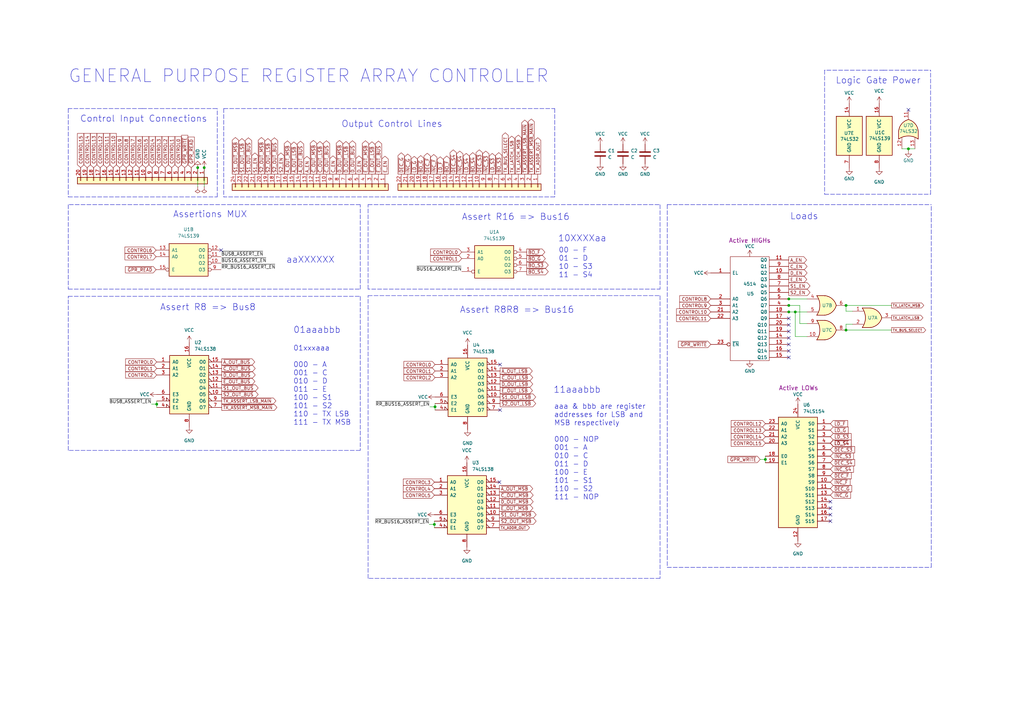
<source format=kicad_sch>
(kicad_sch (version 20211123) (generator eeschema)
  (paper "User" 399.999 279.4)
  (title_block (title "General Purpose Register Controller") (date "2022-01-11") (rev "3") (company "theWIckedWebDev/8-bit-computer") (comment 2 "Controls Load, Assert, Inc/Dec's for all GPRs"))
  (lib_symbols
    (symbol "4xxx_IEEE:4514" (pin_names (offset 0.762))
      (property "Reference" "U" (at 6.35 21.59 0))
      (property "Value" "4514" (at 7.62 -22.86 0))
      (symbol "4514_1_1"
        (pin input line (at -15.24 13.97 0) (length 7.62) (name "EL") (number "1"))
        (pin output line (at 15.24 13.97 180) (length 7.62) (name "Q2") (number "10"))
        (pin output line (at 15.24 19.05 180) (length 7.62) (name "Q0") (number "11"))
        (pin power_in line (at 0 -20.32 90) (length 0) hide (name "Vss") (number "12"))
        (pin output line (at 15.24 -13.97 180) (length 7.62) (name "Q13") (number "13"))
        (pin output line (at 15.24 -11.43 180) (length 7.62) (name "Q12") (number "14"))
        (pin output line (at 15.24 -19.05 180) (length 7.62) (name "Q15") (number "15"))
        (pin output line (at 15.24 -16.51 180) (length 7.62) (name "Q14") (number "16"))
        (pin output line (at 15.24 -3.81 180) (length 7.62) (name "Q9") (number "17"))
        (pin output line (at 15.24 -1.27 180) (length 7.62) (name "Q8") (number "18"))
        (pin output line (at 15.24 -8.89 180) (length 7.62) (name "Q11") (number "19"))
        (pin input line (at -15.24 3.81 0) (length 7.62) (name "A0") (number "2"))
        (pin output line (at 15.24 -6.35 180) (length 7.62) (name "Q10") (number "20"))
        (pin input line (at -15.24 -1.27 0) (length 7.62) (name "A2") (number "21"))
        (pin input line (at -15.24 -3.81 0) (length 7.62) (name "A3") (number "22"))
        (pin input inverted (at -15.24 -13.97 0) (length 7.62) (name "~{EN}") (number "23"))
        (pin power_in line (at 0 20.32 270) (length 0) hide (name "Vdd") (number "24"))
        (pin input line (at -15.24 1.27 0) (length 7.62) (name "A1") (number "3"))
        (pin output line (at 15.24 1.27 180) (length 7.62) (name "Q7") (number "4"))
        (pin output line (at 15.24 3.81 180) (length 7.62) (name "Q6") (number "5"))
        (pin output line (at 15.24 6.35 180) (length 7.62) (name "Q5") (number "6"))
        (pin output line (at 15.24 8.89 180) (length 7.62) (name "Q4") (number "7"))
        (pin output line (at 15.24 11.43 180) (length 7.62) (name "Q3") (number "8"))
        (pin output line (at 15.24 16.51 180) (length 7.62) (name "Q1") (number "9"))
      )
    )
    (symbol "74xx:74LS138" (pin_names (offset 1.016))
      (property "Reference" "U" (at -7.62 11.43 0))
      (property "Value" "74LS138" (at -7.62 -13.97 0))
      (symbol "74LS138_1_0"
        (pin input line (at -12.7 7.62 0) (length 5.08) (name "A0") (number "1"))
        (pin output output_low (at 12.7 -5.08 180) (length 5.08) (name "O5") (number "10"))
        (pin output output_low (at 12.7 -2.54 180) (length 5.08) (name "O4") (number "11"))
        (pin output output_low (at 12.7 0 180) (length 5.08) (name "O3") (number "12"))
        (pin output output_low (at 12.7 2.54 180) (length 5.08) (name "O2") (number "13"))
        (pin output output_low (at 12.7 5.08 180) (length 5.08) (name "O1") (number "14"))
        (pin output output_low (at 12.7 7.62 180) (length 5.08) (name "O0") (number "15"))
        (pin power_in line (at 0 15.24 270) (length 5.08) (name "VCC") (number "16"))
        (pin input line (at -12.7 5.08 0) (length 5.08) (name "A1") (number "2"))
        (pin input line (at -12.7 2.54 0) (length 5.08) (name "A2") (number "3"))
        (pin input input_low (at -12.7 -10.16 0) (length 5.08) (name "E1") (number "4"))
        (pin input input_low (at -12.7 -7.62 0) (length 5.08) (name "E2") (number "5"))
        (pin input line (at -12.7 -5.08 0) (length 5.08) (name "E3") (number "6"))
        (pin output output_low (at 12.7 -10.16 180) (length 5.08) (name "O7") (number "7"))
        (pin power_in line (at 0 -17.78 90) (length 5.08) (name "GND") (number "8"))
        (pin output output_low (at 12.7 -7.62 180) (length 5.08) (name "O6") (number "9"))
      )
    )
    (symbol "74xx:74LS139" (pin_names (offset 1.016))
      (property "Reference" "U" (at -7.62 8.89 0))
      (property "Value" "74LS139" (at -7.62 -8.89 0))
      (symbol "74LS139_1_0"
        (pin input inverted (at -12.7 -5.08 0) (length 5.08) (name "E") (number "1"))
        (pin input line (at -12.7 0 0) (length 5.08) (name "A0") (number "2"))
        (pin input line (at -12.7 2.54 0) (length 5.08) (name "A1") (number "3"))
        (pin output inverted (at 12.7 2.54 180) (length 5.08) (name "O0") (number "4"))
        (pin output inverted (at 12.7 0 180) (length 5.08) (name "O1") (number "5"))
        (pin output inverted (at 12.7 -2.54 180) (length 5.08) (name "O2") (number "6"))
        (pin output inverted (at 12.7 -5.08 180) (length 5.08) (name "O3") (number "7"))
      )
      (symbol "74LS139_2_0"
        (pin output inverted (at 12.7 -2.54 180) (length 5.08) (name "O2") (number "10"))
        (pin output inverted (at 12.7 0 180) (length 5.08) (name "O1") (number "11"))
        (pin output inverted (at 12.7 2.54 180) (length 5.08) (name "O0") (number "12"))
        (pin input line (at -12.7 2.54 0) (length 5.08) (name "A1") (number "13"))
        (pin input line (at -12.7 0 0) (length 5.08) (name "A0") (number "14"))
        (pin input inverted (at -12.7 -5.08 0) (length 5.08) (name "E") (number "15"))
        (pin output inverted (at 12.7 -5.08 180) (length 5.08) (name "O3") (number "9"))
      )
      (symbol "74LS139_3_0"
        (pin power_in line (at 0 12.7 270) (length 5.08) (name "VCC") (number "16"))
        (pin power_in line (at 0 -12.7 90) (length 5.08) (name "GND") (number "8"))
      )
    )
    (symbol "74xx:74LS154" (pin_names (offset 1.016))
      (property "Reference" "U" (at -7.62 21.59 0))
      (property "Value" "74LS154" (at -7.62 -24.13 0))
      (symbol "74LS154_1_0"
        (pin output line (at 12.7 17.78 180) (length 5.08) (name "S0") (number "1"))
        (pin output line (at 12.7 -5.08 180) (length 5.08) (name "S9") (number "10"))
        (pin output line (at 12.7 -7.62 180) (length 5.08) (name "S10") (number "11"))
        (pin power_in line (at 0 -27.94 90) (length 5.08) (name "GND") (number "12"))
        (pin output line (at 12.7 -10.16 180) (length 5.08) (name "S11") (number "13"))
        (pin output line (at 12.7 -12.7 180) (length 5.08) (name "S12") (number "14"))
        (pin output line (at 12.7 -15.24 180) (length 5.08) (name "S13") (number "15"))
        (pin output line (at 12.7 -17.78 180) (length 5.08) (name "S14") (number "16"))
        (pin output line (at 12.7 -20.32 180) (length 5.08) (name "S15") (number "17"))
        (pin input line (at -12.7 5.08 0) (length 5.08) (name "E0") (number "18"))
        (pin input line (at -12.7 2.54 0) (length 5.08) (name "E1") (number "19"))
        (pin output line (at 12.7 15.24 180) (length 5.08) (name "S1") (number "2"))
        (pin input line (at -12.7 10.16 0) (length 5.08) (name "A3") (number "20"))
        (pin input line (at -12.7 12.7 0) (length 5.08) (name "A2") (number "21"))
        (pin input line (at -12.7 15.24 0) (length 5.08) (name "A1") (number "22"))
        (pin input line (at -12.7 17.78 0) (length 5.08) (name "A0") (number "23"))
        (pin power_in line (at 0 25.4 270) (length 5.08) (name "VCC") (number "24"))
        (pin output line (at 12.7 12.7 180) (length 5.08) (name "S2") (number "3"))
        (pin output line (at 12.7 10.16 180) (length 5.08) (name "S3") (number "4"))
        (pin output line (at 12.7 7.62 180) (length 5.08) (name "S4") (number "5"))
        (pin output line (at 12.7 5.08 180) (length 5.08) (name "S5") (number "6"))
        (pin output line (at 12.7 2.54 180) (length 5.08) (name "S6") (number "7"))
        (pin output line (at 12.7 0 180) (length 5.08) (name "S7") (number "8"))
        (pin output line (at 12.7 -2.54 180) (length 5.08) (name "S8") (number "9"))
      )
    )
    (symbol "74xx:74LS32" (pin_names (offset 1.016))
      (property "Reference" "U" (at 0 1.27 0))
      (property "Value" "74LS32" (at 0 -1.27 0))
      (symbol "74LS32_1_1"
        (pin input line (at -7.62 2.54 0) (length 4.318) (name "~") (number "1"))
        (pin input line (at -7.62 -2.54 0) (length 4.318) (name "~") (number "2"))
        (pin output line (at 7.62 0 180) (length 3.81) (name "~") (number "3"))
      )
      (symbol "74LS32_1_2"
        (pin input inverted (at -7.62 2.54 0) (length 3.81) (name "~") (number "1"))
        (pin input inverted (at -7.62 -2.54 0) (length 3.81) (name "~") (number "2"))
        (pin output inverted (at 7.62 0 180) (length 3.81) (name "~") (number "3"))
      )
      (symbol "74LS32_2_1"
        (pin input line (at -7.62 2.54 0) (length 4.318) (name "~") (number "4"))
        (pin input line (at -7.62 -2.54 0) (length 4.318) (name "~") (number "5"))
        (pin output line (at 7.62 0 180) (length 3.81) (name "~") (number "6"))
      )
      (symbol "74LS32_2_2"
        (pin input inverted (at -7.62 2.54 0) (length 3.81) (name "~") (number "4"))
        (pin input inverted (at -7.62 -2.54 0) (length 3.81) (name "~") (number "5"))
        (pin output inverted (at 7.62 0 180) (length 3.81) (name "~") (number "6"))
      )
      (symbol "74LS32_3_1"
        (pin input line (at -7.62 -2.54 0) (length 4.318) (name "~") (number "10"))
        (pin output line (at 7.62 0 180) (length 3.81) (name "~") (number "8"))
        (pin input line (at -7.62 2.54 0) (length 4.318) (name "~") (number "9"))
      )
      (symbol "74LS32_3_2"
        (pin input inverted (at -7.62 -2.54 0) (length 3.81) (name "~") (number "10"))
        (pin output inverted (at 7.62 0 180) (length 3.81) (name "~") (number "8"))
        (pin input inverted (at -7.62 2.54 0) (length 3.81) (name "~") (number "9"))
      )
      (symbol "74LS32_4_1"
        (pin output line (at 7.62 0 180) (length 3.81) (name "~") (number "11"))
        (pin input line (at -7.62 2.54 0) (length 4.318) (name "~") (number "12"))
        (pin input line (at -7.62 -2.54 0) (length 4.318) (name "~") (number "13"))
      )
      (symbol "74LS32_4_2"
        (pin output inverted (at 7.62 0 180) (length 3.81) (name "~") (number "11"))
        (pin input inverted (at -7.62 2.54 0) (length 3.81) (name "~") (number "12"))
        (pin input inverted (at -7.62 -2.54 0) (length 3.81) (name "~") (number "13"))
      )
      (symbol "74LS32_5_0"
        (pin power_in line (at 0 12.7 270) (length 5.08) (name "VCC") (number "14"))
        (pin power_in line (at 0 -12.7 90) (length 5.08) (name "GND") (number "7"))
      )
    )
    (symbol "Connector_Generic:Conn_01x20" (pin_names (offset 1.016) hide)
      (property "Reference" "J" (at 0 25.4 0))
      (property "Value" "Conn_01x20" (at 0 -27.94 0))
      (symbol "Conn_01x20_1_1"
        (pin passive line (at -5.08 22.86 0) (length 3.81) (name "Pin_1") (number "1"))
        (pin passive line (at -5.08 0 0) (length 3.81) (name "Pin_10") (number "10"))
        (pin passive line (at -5.08 -2.54 0) (length 3.81) (name "Pin_11") (number "11"))
        (pin passive line (at -5.08 -5.08 0) (length 3.81) (name "Pin_12") (number "12"))
        (pin passive line (at -5.08 -7.62 0) (length 3.81) (name "Pin_13") (number "13"))
        (pin passive line (at -5.08 -10.16 0) (length 3.81) (name "Pin_14") (number "14"))
        (pin passive line (at -5.08 -12.7 0) (length 3.81) (name "Pin_15") (number "15"))
        (pin passive line (at -5.08 -15.24 0) (length 3.81) (name "Pin_16") (number "16"))
        (pin passive line (at -5.08 -17.78 0) (length 3.81) (name "Pin_17") (number "17"))
        (pin passive line (at -5.08 -20.32 0) (length 3.81) (name "Pin_18") (number "18"))
        (pin passive line (at -5.08 -22.86 0) (length 3.81) (name "Pin_19") (number "19"))
        (pin passive line (at -5.08 20.32 0) (length 3.81) (name "Pin_2") (number "2"))
        (pin passive line (at -5.08 -25.4 0) (length 3.81) (name "Pin_20") (number "20"))
        (pin passive line (at -5.08 17.78 0) (length 3.81) (name "Pin_3") (number "3"))
        (pin passive line (at -5.08 15.24 0) (length 3.81) (name "Pin_4") (number "4"))
        (pin passive line (at -5.08 12.7 0) (length 3.81) (name "Pin_5") (number "5"))
        (pin passive line (at -5.08 10.16 0) (length 3.81) (name "Pin_6") (number "6"))
        (pin passive line (at -5.08 7.62 0) (length 3.81) (name "Pin_7") (number "7"))
        (pin passive line (at -5.08 5.08 0) (length 3.81) (name "Pin_8") (number "8"))
        (pin passive line (at -5.08 2.54 0) (length 3.81) (name "Pin_9") (number "9"))
      )
    )
    (symbol "Connector_Generic:Conn_01x22" (pin_names (offset 1.016) hide)
      (property "Reference" "J" (at 0 27.94 0))
      (property "Value" "Conn_01x22" (at 0 -30.48 0))
      (symbol "Conn_01x22_1_1"
        (pin passive line (at -5.08 25.4 0) (length 3.81) (name "Pin_1") (number "1"))
        (pin passive line (at -5.08 2.54 0) (length 3.81) (name "Pin_10") (number "10"))
        (pin passive line (at -5.08 0 0) (length 3.81) (name "Pin_11") (number "11"))
        (pin passive line (at -5.08 -2.54 0) (length 3.81) (name "Pin_12") (number "12"))
        (pin passive line (at -5.08 -5.08 0) (length 3.81) (name "Pin_13") (number "13"))
        (pin passive line (at -5.08 -7.62 0) (length 3.81) (name "Pin_14") (number "14"))
        (pin passive line (at -5.08 -10.16 0) (length 3.81) (name "Pin_15") (number "15"))
        (pin passive line (at -5.08 -12.7 0) (length 3.81) (name "Pin_16") (number "16"))
        (pin passive line (at -5.08 -15.24 0) (length 3.81) (name "Pin_17") (number "17"))
        (pin passive line (at -5.08 -17.78 0) (length 3.81) (name "Pin_18") (number "18"))
        (pin passive line (at -5.08 -20.32 0) (length 3.81) (name "Pin_19") (number "19"))
        (pin passive line (at -5.08 22.86 0) (length 3.81) (name "Pin_2") (number "2"))
        (pin passive line (at -5.08 -22.86 0) (length 3.81) (name "Pin_20") (number "20"))
        (pin passive line (at -5.08 -25.4 0) (length 3.81) (name "Pin_21") (number "21"))
        (pin passive line (at -5.08 -27.94 0) (length 3.81) (name "Pin_22") (number "22"))
        (pin passive line (at -5.08 20.32 0) (length 3.81) (name "Pin_3") (number "3"))
        (pin passive line (at -5.08 17.78 0) (length 3.81) (name "Pin_4") (number "4"))
        (pin passive line (at -5.08 15.24 0) (length 3.81) (name "Pin_5") (number "5"))
        (pin passive line (at -5.08 12.7 0) (length 3.81) (name "Pin_6") (number "6"))
        (pin passive line (at -5.08 10.16 0) (length 3.81) (name "Pin_7") (number "7"))
        (pin passive line (at -5.08 7.62 0) (length 3.81) (name "Pin_8") (number "8"))
        (pin passive line (at -5.08 5.08 0) (length 3.81) (name "Pin_9") (number "9"))
      )
    )
    (symbol "Connector_Generic:Conn_01x24" (pin_names (offset 1.016) hide)
      (property "Reference" "J" (at 0 30.48 0))
      (property "Value" "Conn_01x24" (at 0 -33.02 0))
      (symbol "Conn_01x24_1_1"
        (pin passive line (at -5.08 27.94 0) (length 3.81) (name "Pin_1") (number "1"))
        (pin passive line (at -5.08 5.08 0) (length 3.81) (name "Pin_10") (number "10"))
        (pin passive line (at -5.08 2.54 0) (length 3.81) (name "Pin_11") (number "11"))
        (pin passive line (at -5.08 0 0) (length 3.81) (name "Pin_12") (number "12"))
        (pin passive line (at -5.08 -2.54 0) (length 3.81) (name "Pin_13") (number "13"))
        (pin passive line (at -5.08 -5.08 0) (length 3.81) (name "Pin_14") (number "14"))
        (pin passive line (at -5.08 -7.62 0) (length 3.81) (name "Pin_15") (number "15"))
        (pin passive line (at -5.08 -10.16 0) (length 3.81) (name "Pin_16") (number "16"))
        (pin passive line (at -5.08 -12.7 0) (length 3.81) (name "Pin_17") (number "17"))
        (pin passive line (at -5.08 -15.24 0) (length 3.81) (name "Pin_18") (number "18"))
        (pin passive line (at -5.08 -17.78 0) (length 3.81) (name "Pin_19") (number "19"))
        (pin passive line (at -5.08 25.4 0) (length 3.81) (name "Pin_2") (number "2"))
        (pin passive line (at -5.08 -20.32 0) (length 3.81) (name "Pin_20") (number "20"))
        (pin passive line (at -5.08 -22.86 0) (length 3.81) (name "Pin_21") (number "21"))
        (pin passive line (at -5.08 -25.4 0) (length 3.81) (name "Pin_22") (number "22"))
        (pin passive line (at -5.08 -27.94 0) (length 3.81) (name "Pin_23") (number "23"))
        (pin passive line (at -5.08 -30.48 0) (length 3.81) (name "Pin_24") (number "24"))
        (pin passive line (at -5.08 22.86 0) (length 3.81) (name "Pin_3") (number "3"))
        (pin passive line (at -5.08 20.32 0) (length 3.81) (name "Pin_4") (number "4"))
        (pin passive line (at -5.08 17.78 0) (length 3.81) (name "Pin_5") (number "5"))
        (pin passive line (at -5.08 15.24 0) (length 3.81) (name "Pin_6") (number "6"))
        (pin passive line (at -5.08 12.7 0) (length 3.81) (name "Pin_7") (number "7"))
        (pin passive line (at -5.08 10.16 0) (length 3.81) (name "Pin_8") (number "8"))
        (pin passive line (at -5.08 7.62 0) (length 3.81) (name "Pin_9") (number "9"))
      )
    )
    (symbol "Device:C" (pin_numbers hide) (pin_names (offset 0.254))
      (property "Reference" "C" (at 0.635 2.54 0))
      (property "Value" "C" (at 0.635 -2.54 0))
      (symbol "C_1_1"
        (pin passive line (at 0 3.81 270) (length 2.794) (name "~") (number "1"))
        (pin passive line (at 0 -3.81 90) (length 2.794) (name "~") (number "2"))
      )
    )
    (symbol "power:GND" (power) (pin_names (offset 0))
      (property "Value" "GND" (at 0 -3.81 0))
      (symbol "GND_1_1"
        (pin power_in line (at 0 0 270) (length 0) hide (name "GND") (number "1"))
      )
    )
    (symbol "power:PWR_FLAG" (power) (pin_numbers hide) (pin_names (offset 0) hide)
      (property "Value" "PWR_FLAG" (at 0 3.81 0))
      (symbol "PWR_FLAG_0_0"
        (pin power_out line (at 0 0 90) (length 0) (name "pwr") (number "1"))
      )
    )
    (symbol "power:VCC" (power) (pin_names (offset 0))
      (property "Value" "VCC" (at 0 3.81 0))
      (symbol "VCC_1_1"
        (pin power_in line (at 0 0 90) (length 0) hide (name "VCC") (number "1"))
      )
    )
  )
  (junction (at 79.756 65.532))
  (junction (at 308.102 116.84))
  (junction (at 77.216 65.532))
  (junction (at 354.838 58.166))
  (junction (at 308.102 119.38))
  (junction (at 330.454 129.032))
  (junction (at 298.958 179.578))
  (junction (at 308.102 121.92))
  (junction (at 330.454 119.38))
  (junction (at 169.926 159.004))
  (junction (at 310.642 121.92))
  (junction (at 169.672 204.978))
  (junction (at 61.214 157.988))
  (no_connect (at 195.326 160.274))
  (no_connect (at 195.326 142.494))
  (no_connect (at 308.102 124.46))
  (no_connect (at 324.358 198.628))
  (no_connect (at 308.102 137.16))
  (no_connect (at 308.102 139.7))
  (no_connect (at 308.102 132.08))
  (no_connect (at 308.102 134.62))
  (no_connect (at 324.358 203.708))
  (no_connect (at 324.358 201.168))
  (no_connect (at 324.358 196.088))
  (no_connect (at 308.102 127))
  (no_connect (at 308.102 129.54))
  (no_connect (at 86.36 97.79))
  (no_connect (at 354.838 42.926))
  (no_connect (at 195.072 188.468))
  (polyline (pts (xy 183.388 113.03) (xy 143.764 113.03)))
  (wire (pts (xy 307.848 119.38) (xy 308.102 119.38)))
  (wire (pts (xy 79.756 65.532) (xy 79.756 72.898)))
  (wire (pts (xy 298.958 179.578) (xy 298.958 180.848)))
  (wire (pts (xy 312.42 126.492) (xy 315.214 126.492)))
  (wire (pts (xy 330.454 129.032) (xy 348.234 129.032)))
  (polyline (pts (xy 143.764 80.01) (xy 257.81 80.01)))
  (wire (pts (xy 296.926 179.578) (xy 298.958 179.578)))
  (polyline (pts (xy 140.716 113.03) (xy 140.716 80.01)))
  (wire (pts (xy 169.926 157.734) (xy 169.926 159.004)))
  (wire (pts (xy 312.42 119.38) (xy 312.42 126.492)))
  (polyline (pts (xy 183.388 113.03) (xy 257.81 113.03)))
  (polyline (pts (xy 26.67 76.962) (xy 84.836 76.962)))
  (polyline (pts (xy 363.474 75.946) (xy 363.474 27.432)))
  (polyline (pts (xy 140.716 176.022) (xy 26.67 176.022)))
  (polyline (pts (xy 216.662 42.418) (xy 216.662 76.962)))
  (polyline (pts (xy 26.67 176.022) (xy 26.67 115.824)))
  (wire (pts (xy 308.102 119.38) (xy 312.42 119.38)))
  (polyline (pts (xy 216.662 76.962) (xy 87.376 76.962)))
  (polyline (pts (xy 260.604 80.01) (xy 363.728 80.01)))
  (polyline (pts (xy 55.626 42.418) (xy 26.67 42.418)))
  (polyline (pts (xy 344.932 27.432) (xy 363.474 27.432)))
  (wire (pts (xy 167.64 204.978) (xy 169.672 204.978)))
  (polyline (pts (xy 84.836 76.962) (xy 84.836 42.418)))
  (wire (pts (xy 310.642 121.92) (xy 315.214 121.92)))
  (polyline (pts (xy 55.626 42.418) (xy 84.836 42.418)))
  (polyline (pts (xy 257.81 115.57) (xy 257.81 226.06)))
  (wire (pts (xy 61.214 157.988) (xy 61.214 159.258)))
  (polyline (pts (xy 143.764 115.57) (xy 183.642 115.57)))
  (wire (pts (xy 315.214 131.572) (xy 310.642 131.572)))
  (polyline (pts (xy 322.072 75.946) (xy 363.474 75.946)))
  (wire (pts (xy 61.214 156.718) (xy 61.214 157.988)))
  (polyline (pts (xy 140.716 115.824) (xy 140.716 176.022)))
  (wire (pts (xy 169.672 204.978) (xy 169.672 206.248)))
  (wire (pts (xy 310.642 131.572) (xy 310.642 121.92)))
  (polyline (pts (xy 257.81 80.01) (xy 257.81 113.03)))
  (polyline (pts (xy 260.604 221.742) (xy 363.728 221.742)))
  (polyline (pts (xy 26.67 80.01) (xy 26.67 113.03)))
  (polyline (pts (xy 87.376 42.418) (xy 87.376 76.962)))
  (polyline (pts (xy 182.626 115.57) (xy 257.81 115.57)))
  (wire (pts (xy 307.848 116.84) (xy 308.102 116.84)))
  (polyline (pts (xy 143.764 226.06) (xy 143.764 115.57)))
  (wire (pts (xy 308.102 116.84) (xy 315.214 116.84)))
  (wire (pts (xy 332.994 121.666) (xy 330.454 121.666)))
  (wire (pts (xy 167.894 159.004) (xy 169.926 159.004)))
  (polyline (pts (xy 140.716 80.01) (xy 26.67 80.01)))
  (wire (pts (xy 298.958 178.308) (xy 298.958 179.578)))
  (polyline (pts (xy 26.67 113.03) (xy 140.716 113.03)))
  (wire (pts (xy 169.926 159.004) (xy 169.926 160.274)))
  (polyline (pts (xy 26.67 115.824) (xy 140.716 115.824)))
  (polyline (pts (xy 26.67 42.418) (xy 26.67 76.962)))
  (wire (pts (xy 330.454 121.666) (xy 330.454 119.38)))
  (polyline (pts (xy 345.186 27.432) (xy 322.072 27.432)))
  (polyline (pts (xy 322.072 27.432) (xy 322.072 75.946)))
  (wire (pts (xy 330.454 119.38) (xy 348.234 119.38)))
  (wire (pts (xy 354.838 58.166) (xy 357.378 58.166)))
  (wire (pts (xy 354.838 58.928) (xy 354.838 58.166)))
  (wire (pts (xy 77.216 65.532) (xy 77.216 72.898)))
  (wire (pts (xy 332.994 126.746) (xy 330.454 126.746)))
  (wire (pts (xy 59.182 157.988) (xy 61.214 157.988)))
  (wire (pts (xy 169.672 203.708) (xy 169.672 204.978)))
  (wire (pts (xy 308.102 121.92) (xy 310.642 121.92)))
  (wire (pts (xy 352.298 58.166) (xy 354.838 58.166)))
  (wire (pts (xy 330.454 126.746) (xy 330.454 129.032)))
  (wire (pts (xy 307.848 121.92) (xy 308.102 121.92)))
  (polyline (pts (xy 87.376 42.418) (xy 216.662 42.418)))
  (polyline (pts (xy 363.728 221.742) (xy 363.728 80.01)))
  (polyline (pts (xy 143.764 113.03) (xy 143.764 80.01)))
  (polyline (pts (xy 257.81 226.06) (xy 143.764 226.06)))
  (polyline (pts (xy 260.604 80.01) (xy 260.604 221.742)))
  (text "01aaabbb\n" (at 114.554 130.556 0) (effects (font (size 2.5 2.5)) (justify left bottom)))
  (text "Assert R8 => Bus8" (at 62.484 121.666 0) (effects (font (size 2.5 2.5)) (justify left bottom)))
  (text "Loads" (at 308.61 86.106 0) (effects (font (size 2.5 2.5)) (justify left bottom)))
  (text "00 - F\n01 - D\n10 - S3\n11 - S4" (at 218.186 108.712 0) (effects (font (size 2 2)) (justify left bottom)))
  (text "11aaabbb\n" (at 216.154 153.924 0) (effects (font (size 2.5 2.5)) (justify left bottom)))
  (text "10XXXXaa" (at 217.932 94.742 0) (effects (font (size 2.5 2.5)) (justify left bottom)))
  (text "aaa & bbb are register \naddresses for LSB and\nMSB respectively\n\n000 - NOP\n001 - A\n010 - C\n011 - D\n100 - E\n101 - S1\n110 - S2\n111 - NOP" (at 216.408 195.58 0) (effects (font (size 2 2)) (justify left bottom)))
  (text "Assert R16 => Bus16" (at 180.34 86.36 0) (effects (font (size 2.5 2.5)) (justify left bottom)))
  (text "aaXXXXXX" (at 111.76 103.124 0) (effects (font (size 2.5 2.5)) (justify left bottom)))
  (text "GENERAL PURPOSE REGISTER ARRAY CONTROLLER" (at 26.67 32.766 0) (effects (font (size 5 5)) (justify left bottom)))
  (text "Control Input Connections" (at 31.242 48.006 0) (effects (font (size 2.5 2.5)) (justify left bottom)))
  (text "Assertions MUX" (at 67.564 85.344 0) (effects (font (size 2.5 2.5)) (justify left bottom)))
  (text "Output Control Lines" (at 133.35 50.038 0) (effects (font (size 2.5 2.5)) (justify left bottom)))
  (text "01xxxaaa\n\n000 - A\n001 - C\n010 - D\n011 - E\n100 - S1\n101 - S2\n110 - TX LSB\n111 - TX MSB" (at 114.554 166.37 0) (effects (font (size 2 2)) (justify left bottom)))
  (text "Assert R8R8 => Bus16" (at 179.578 122.682 0) (effects (font (size 2.5 2.5)) (justify left bottom)))
  (text "Logic Gate Power" (at 326.39 33.02 0) (effects (font (size 2.5 2.5)) (justify left bottom)))
  (label "~{BUS16_ASSERT_EN}" (at 180.34 106.172 180))
  (label "~{RR_BUS16_ASSERT_EN}" (at 86.36 105.41 0))
  (label "~{BUS8_ASSERT_EN}" (at 59.182 157.988 180))
  (label "~{BUS8_ASSERT_EN}" (at 86.36 100.33 0))
  (label "~{RR_BUS16_ASSERT_EN}" (at 167.64 204.978 180))
  (label "~{BUS16_ASSERT_EN}" (at 86.36 102.87 0))
  (label "~{RR_BUS16_ASSERT_EN}" (at 167.894 159.004 180))
  (global_label "~{D_OUT_MSB}" (shape output) (at 195.072 196.088 0) (property "Intersheet References" "${INTERSHEET_REFS}" (effects hide)))
  (global_label "CONTROL6" (shape input) (at 60.96 97.79 180) (property "Intersheet References" "${INTERSHEET_REFS}" (effects hide)))
  (global_label "CONTROL8" (shape input) (at 277.622 116.84 180) (property "Intersheet References" "${INTERSHEET_REFS}" (effects hide)))
  (global_label "~{BO_S4}" (shape output) (at 205.74 106.172 0) (property "Intersheet References" "${INTERSHEET_REFS}" (effects hide)))
  (global_label "CONTROL5" (shape input) (at 169.672 193.548 180) (property "Intersheet References" "${INTERSHEET_REFS}" (effects hide)))
  (global_label "~{C_OUT_MSB}" (shape output) (at 122.428 68.072 90) (property "Intersheet References" "${INTERSHEET_REFS}" (effects hide)))
  (global_label "CONTROL9" (shape input) (at 277.622 119.38 180) (property "Intersheet References" "${INTERSHEET_REFS}" (effects hide)))
  (global_label "~{GPR_READ}" (shape input) (at 74.676 65.532 90) (property "Intersheet References" "${INTERSHEET_REFS}" (effects hide)))
  (global_label "CONTROL7" (shape input) (at 60.96 100.33 180) (property "Intersheet References" "${INTERSHEET_REFS}" (effects hide)))
  (global_label "S2_EN" (shape output) (at 109.728 68.072 90) (property "Intersheet References" "${INTERSHEET_REFS}" (effects hide)))
  (global_label "~{D_OUT_LSB}" (shape output) (at 195.326 150.114 0) (property "Intersheet References" "${INTERSHEET_REFS}" (effects hide)))
  (global_label "~{BO_G}" (shape output) (at 164.338 68.072 90) (property "Intersheet References" "${INTERSHEET_REFS}" (effects hide)))
  (global_label "~{BO_F}" (shape output) (at 174.498 68.072 90) (property "Intersheet References" "${INTERSHEET_REFS}" (effects hide)))
  (global_label "~{DEC_S3}" (shape input) (at 324.358 175.768 0) (property "Intersheet References" "${INTERSHEET_REFS}" (effects hide)))
  (global_label "~{LD_G}" (shape output) (at 161.798 68.072 90) (property "Intersheet References" "${INTERSHEET_REFS}" (effects hide)))
  (global_label "C_EN" (shape output) (at 308.102 104.14 0) (property "Intersheet References" "${INTERSHEET_REFS}" (effects hide)))
  (global_label "~{LD_S4}" (shape output) (at 182.118 68.072 90) (property "Intersheet References" "${INTERSHEET_REFS}" (effects hide)))
  (global_label "S1_EN" (shape output) (at 99.568 68.072 90) (property "Intersheet References" "${INTERSHEET_REFS}" (effects hide)))
  (global_label "~{S1_OUT_MSB}" (shape output) (at 195.072 201.168 0) (property "Intersheet References" "${INTERSHEET_REFS}" (effects hide)))
  (global_label "CONTROL8" (shape input) (at 49.276 65.532 90) (property "Intersheet References" "${INTERSHEET_REFS}" (effects hide)))
  (global_label "~{LD_S3}" (shape output) (at 192.278 68.072 90) (property "Intersheet References" "${INTERSHEET_REFS}" (effects hide)))
  (global_label "~{S2_OUT_BUS}" (shape output) (at 86.614 154.178 0) (property "Intersheet References" "${INTERSHEET_REFS}" (effects hide)))
  (global_label "TX_LATCH_MSB" (shape output) (at 348.234 119.38 0) (effects (font (size 0.9906 0.9906))) (property "Intersheet References" "${INTERSHEET_REFS}" (effects hide)))
  (global_label "~{BO_F}" (shape output) (at 205.74 98.552 0) (property "Intersheet References" "${INTERSHEET_REFS}" (effects hide)))
  (global_label "~{INC_F}" (shape input) (at 324.358 188.468 0) (property "Intersheet References" "${INTERSHEET_REFS}" (effects hide)))
  (global_label "~{BO_S3}" (shape output) (at 205.74 103.632 0) (property "Intersheet References" "${INTERSHEET_REFS}" (effects hide)))
  (global_label "~{E_OUT_LSB}" (shape output) (at 195.326 152.654 0) (property "Intersheet References" "${INTERSHEET_REFS}" (effects hide)))
  (global_label "CONTROL0" (shape input) (at 180.34 98.552 180) (property "Intersheet References" "${INTERSHEET_REFS}" (effects hide)))
  (global_label "CONTROL1" (shape input) (at 169.926 145.034 180) (property "Intersheet References" "${INTERSHEET_REFS}" (effects hide)))
  (global_label "~{E_OUT_MSB}" (shape output) (at 195.072 198.628 0) (property "Intersheet References" "${INTERSHEET_REFS}" (effects hide)))
  (global_label "A_EN" (shape output) (at 308.102 101.6 0) (property "Intersheet References" "${INTERSHEET_REFS}" (effects hide)))
  (global_label "~{TX_ASSERT_LSB_MAIN}" (shape output) (at 204.978 68.072 90) (effects (font (size 1.2 1.2))) (property "Intersheet References" "${INTERSHEET_REFS}" (effects hide)))
  (global_label "~{C_OUT_MSB}" (shape output) (at 195.072 193.548 0) (property "Intersheet References" "${INTERSHEET_REFS}" (effects hide)))
  (global_label "E_EN" (shape output) (at 308.102 109.22 0) (property "Intersheet References" "${INTERSHEET_REFS}" (effects hide)))
  (global_label "S1_EN" (shape output) (at 308.102 111.76 0) (property "Intersheet References" "${INTERSHEET_REFS}" (effects hide)))
  (global_label "~{TX_ASSERT_LSB_MAIN}" (shape output) (at 86.614 156.718 0) (effects (font (size 1.2 1.2))) (property "Intersheet References" "${INTERSHEET_REFS}" (effects hide)))
  (global_label "CONTROL4" (shape input) (at 59.436 65.532 90) (property "Intersheet References" "${INTERSHEET_REFS}" (effects hide)))
  (global_label "D_EN" (shape output) (at 140.208 68.072 90) (property "Intersheet References" "${INTERSHEET_REFS}" (effects hide)))
  (global_label "~{C_OUT_LSB}" (shape output) (at 195.326 147.574 0) (property "Intersheet References" "${INTERSHEET_REFS}" (effects hide)))
  (global_label "~{A_OUT_MSB}" (shape output) (at 195.072 191.008 0) (property "Intersheet References" "${INTERSHEET_REFS}" (effects hide)))
  (global_label "~{INC_G}" (shape output) (at 159.258 68.072 90) (property "Intersheet References" "${INTERSHEET_REFS}" (effects hide)))
  (global_label "~{INC_G}" (shape input) (at 324.358 193.548 0) (property "Intersheet References" "${INTERSHEET_REFS}" (effects hide)))
  (global_label "~{E_OUT_BUS}" (shape output) (at 86.614 149.098 0) (property "Intersheet References" "${INTERSHEET_REFS}" (effects hide)))
  (global_label "~{E_OUT_BUS}" (shape output) (at 147.828 68.072 90) (property "Intersheet References" "${INTERSHEET_REFS}" (effects hide)))
  (global_label "CONTROL12" (shape input) (at 298.958 165.608 180) (property "Intersheet References" "${INTERSHEET_REFS}" (effects hide)))
  (global_label "~{S2_OUT_LSB}" (shape output) (at 195.326 157.734 0) (property "Intersheet References" "${INTERSHEET_REFS}" (effects hide)))
  (global_label "S2_EN" (shape output) (at 308.102 114.3 0) (property "Intersheet References" "${INTERSHEET_REFS}" (effects hide)))
  (global_label "~{S1_OUT_LSB}" (shape output) (at 195.326 155.194 0) (property "Intersheet References" "${INTERSHEET_REFS}" (effects hide)))
  (global_label "~{BO_S3}" (shape output) (at 194.818 68.072 90) (property "Intersheet References" "${INTERSHEET_REFS}" (effects hide)))
  (global_label "~{D_OUT_BUS}" (shape output) (at 137.668 68.072 90) (property "Intersheet References" "${INTERSHEET_REFS}" (effects hide)))
  (global_label "CONTROL13" (shape input) (at 298.958 168.148 180) (property "Intersheet References" "${INTERSHEET_REFS}" (effects hide)))
  (global_label "~{C_OUT_BUS}" (shape output) (at 127.508 68.072 90) (property "Intersheet References" "${INTERSHEET_REFS}" (effects hide)))
  (global_label "~{DEC_S4}" (shape output) (at 177.038 68.072 90) (property "Intersheet References" "${INTERSHEET_REFS}" (effects hide)))
  (global_label "CONTROL10" (shape input) (at 277.622 121.92 180) (property "Intersheet References" "${INTERSHEET_REFS}" (effects hide)))
  (global_label "~{S2_OUT_MSB}" (shape output) (at 102.108 68.072 90) (property "Intersheet References" "${INTERSHEET_REFS}" (effects hide)))
  (global_label "CONTROL10" (shape input) (at 44.196 65.532 90) (property "Intersheet References" "${INTERSHEET_REFS}" (effects hide)))
  (global_label "TX_ADDR_OUT" (shape output) (at 210.058 68.072 90) (effects (font (size 1.2 1.2))) (property "Intersheet References" "${INTERSHEET_REFS}" (effects hide)))
  (global_label "~{TX_ASSERT_MSB_MAIN}" (shape output) (at 86.614 159.258 0) (effects (font (size 1.2 1.2))) (property "Intersheet References" "${INTERSHEET_REFS}" (effects hide)))
  (global_label "TX_ADDR_OUT" (shape output) (at 195.072 206.248 0) (effects (font (size 0.9906 0.9906))) (property "Intersheet References" "${INTERSHEET_REFS}" (effects hide)))
  (global_label "~{GPR_WRITE}" (shape input) (at 277.622 134.62 180) (property "Intersheet References" "${INTERSHEET_REFS}" (effects hide)))
  (global_label "CONTROL13" (shape input) (at 36.576 65.532 90) (property "Intersheet References" "${INTERSHEET_REFS}" (effects hide)))
  (global_label "~{A_OUT_MSB}" (shape output) (at 112.268 68.072 90) (property "Intersheet References" "${INTERSHEET_REFS}" (effects hide)))
  (global_label "~{S1_OUT_BUS}" (shape output) (at 97.028 68.072 90) (property "Intersheet References" "${INTERSHEET_REFS}" (effects hide)))
  (global_label "CONTROL6" (shape input) (at 54.356 65.532 90) (property "Intersheet References" "${INTERSHEET_REFS}" (effects hide)))
  (global_label "CONTROL9" (shape input) (at 46.736 65.532 90) (property "Intersheet References" "${INTERSHEET_REFS}" (effects hide)))
  (global_label "~{C_OUT_BUS}" (shape output) (at 86.614 144.018 0) (property "Intersheet References" "${INTERSHEET_REFS}" (effects hide)))
  (global_label "~{A_OUT_BUS}" (shape output) (at 86.614 141.478 0) (property "Intersheet References" "${INTERSHEET_REFS}" (effects hide)))
  (global_label "~{A_OUT_LSB}" (shape output) (at 195.326 145.034 0) (property "Intersheet References" "${INTERSHEET_REFS}" (effects hide)))
  (global_label "CONTROL14" (shape input) (at 298.958 170.688 180) (property "Intersheet References" "${INTERSHEET_REFS}" (effects hide)))
  (global_label "~{INC_S3}" (shape input) (at 324.358 178.308 0) (property "Intersheet References" "${INTERSHEET_REFS}" (effects hide)))
  (global_label "~{DEC_S4}" (shape input) (at 324.358 180.848 0) (property "Intersheet References" "${INTERSHEET_REFS}" (effects hide)))
  (global_label "~{A_OUT_BUS}" (shape output) (at 117.348 68.072 90) (property "Intersheet References" "${INTERSHEET_REFS}" (effects hide)))
  (global_label "~{S1_OUT_LSB}" (shape output) (at 94.488 68.072 90) (property "Intersheet References" "${INTERSHEET_REFS}" (effects hide)))
  (global_label "CONTROL1" (shape input) (at 67.056 65.532 90) (property "Intersheet References" "${INTERSHEET_REFS}" (effects hide)))
  (global_label "CONTROL15" (shape input) (at 31.496 65.532 90) (property "Intersheet References" "${INTERSHEET_REFS}" (effects hide)))
  (global_label "~{BO_G}" (shape output) (at 205.74 101.092 0) (property "Intersheet References" "${INTERSHEET_REFS}" (effects hide)))
  (global_label "CONTROL3" (shape input) (at 169.672 188.468 180) (property "Intersheet References" "${INTERSHEET_REFS}" (effects hide)))
  (global_label "CONTROL3" (shape input) (at 61.976 65.532 90) (property "Intersheet References" "${INTERSHEET_REFS}" (effects hide)))
  (global_label "CONTROL1" (shape input) (at 180.34 101.092 180) (property "Intersheet References" "${INTERSHEET_REFS}" (effects hide)))
  (global_label "~{LD_S4}" (shape input) (at 324.358 173.228 0) (property "Intersheet References" "${INTERSHEET_REFS}" (effects hide)))
  (global_label "~{D_OUT_BUS}" (shape output) (at 86.614 146.558 0) (property "Intersheet References" "${INTERSHEET_REFS}" (effects hide)))
  (global_label "~{DEC_F}" (shape output) (at 166.878 68.072 90) (property "Intersheet References" "${INTERSHEET_REFS}" (effects hide)))
  (global_label "~{LD_S4}" (shape input) (at 324.358 173.228 0) (property "Intersheet References" "${INTERSHEET_REFS}" (effects hide)))
  (global_label "A_EN" (shape output) (at 119.888 68.072 90) (property "Intersheet References" "${INTERSHEET_REFS}" (effects hide)))
  (global_label "~{DEC_S3}" (shape output) (at 187.198 68.072 90) (property "Intersheet References" "${INTERSHEET_REFS}" (effects hide)))
  (global_label "~{S1_OUT_BUS}" (shape output) (at 86.614 151.638 0) (property "Intersheet References" "${INTERSHEET_REFS}" (effects hide)))
  (global_label "~{S1_OUT_MSB}" (shape output) (at 91.948 68.072 90) (property "Intersheet References" "${INTERSHEET_REFS}" (effects hide)))
  (global_label "~{TX_ASSERT_MSB_MAIN}" (shape output) (at 207.518 68.072 90) (effects (font (size 1.2 1.2))) (property "Intersheet References" "${INTERSHEET_REFS}" (effects hide)))
  (global_label "CONTROL7" (shape input) (at 51.816 65.532 90) (property "Intersheet References" "${INTERSHEET_REFS}" (effects hide)))
  (global_label "E_EN" (shape output) (at 150.368 68.072 90) (property "Intersheet References" "${INTERSHEET_REFS}" (effects hide)))
  (global_label "~{INC_S4}" (shape output) (at 179.578 68.072 90) (property "Intersheet References" "${INTERSHEET_REFS}" (effects hide)))
  (global_label "D_EN" (shape output) (at 308.102 106.68 0) (property "Intersheet References" "${INTERSHEET_REFS}" (effects hide)))
  (global_label "TX_BUS_SELECT" (shape output) (at 348.234 129.032 0) (effects (font (size 0.9906 0.9906))) (property "Intersheet References" "${INTERSHEET_REFS}" (effects hide)))
  (global_label "CONTROL0" (shape input) (at 61.214 141.478 180) (property "Intersheet References" "${INTERSHEET_REFS}" (effects hide)))
  (global_label "~{DEC_G}" (shape output) (at 156.718 68.072 90) (property "Intersheet References" "${INTERSHEET_REFS}" (effects hide)))
  (global_label "~{D_OUT_MSB}" (shape output) (at 132.588 68.072 90) (property "Intersheet References" "${INTERSHEET_REFS}" (effects hide)))
  (global_label "CONTROL2" (shape input) (at 64.516 65.532 90) (property "Intersheet References" "${INTERSHEET_REFS}" (effects hide)))
  (global_label "~{E_OUT_MSB}" (shape output) (at 142.748 68.072 90) (property "Intersheet References" "${INTERSHEET_REFS}" (effects hide)))
  (global_label "CONTROL14" (shape input) (at 34.036 65.532 90) (property "Intersheet References" "${INTERSHEET_REFS}" (effects hide)))
  (global_label "~{C_OUT_LSB}" (shape output) (at 124.968 68.072 90) (property "Intersheet References" "${INTERSHEET_REFS}" (effects hide)))
  (global_label "CONTROL2" (shape input) (at 61.214 146.558 180) (property "Intersheet References" "${INTERSHEET_REFS}" (effects hide)))
  (global_label "~{INC_S4}" (shape input) (at 324.358 183.388 0) (property "Intersheet References" "${INTERSHEET_REFS}" (effects hide)))
  (global_label "~{S2_OUT_MSB}" (shape output) (at 195.072 203.708 0) (property "Intersheet References" "${INTERSHEET_REFS}" (effects hide)))
  (global_label "TX_BUS_SELECT" (shape output) (at 197.358 68.072 90) (effects (font (size 1.2 1.2))) (property "Intersheet References" "${INTERSHEET_REFS}" (effects hide)))
  (global_label "~{INC_F}" (shape output) (at 169.418 68.072 90) (property "Intersheet References" "${INTERSHEET_REFS}" (effects hide)))
  (global_label "~{D_OUT_LSB}" (shape output) (at 135.128 68.072 90) (property "Intersheet References" "${INTERSHEET_REFS}" (effects hide)))
  (global_label "CONTROL12" (shape input) (at 39.116 65.532 90) (property "Intersheet References" "${INTERSHEET_REFS}" (effects hide)))
  (global_label "~{DEC_G}" (shape input) (at 324.358 191.008 0) (property "Intersheet References" "${INTERSHEET_REFS}" (effects hide)))
  (global_label "TX_LATCH_LSB" (shape output) (at 348.234 124.206 0) (effects (font (size 0.9906 0.9906))) (property "Intersheet References" "${INTERSHEET_REFS}" (effects hide)))
  (global_label "~{A_OUT_LSB}" (shape output) (at 114.808 68.072 90) (property "Intersheet References" "${INTERSHEET_REFS}" (effects hide)))
  (global_label "~{LD_F}" (shape output) (at 171.958 68.072 90) (property "Intersheet References" "${INTERSHEET_REFS}" (effects hide)))
  (global_label "CONTROL0" (shape input) (at 169.926 142.494 180) (property "Intersheet References" "${INTERSHEET_REFS}" (effects hide)))
  (global_label "~{LD_G}" (shape input) (at 324.358 168.148 0) (property "Intersheet References" "${INTERSHEET_REFS}" (effects hide)))
  (global_label "CONTROL15" (shape input) (at 298.958 173.228 180) (property "Intersheet References" "${INTERSHEET_REFS}" (effects hide)))
  (global_label "CONTROL0" (shape input) (at 69.596 65.532 90) (property "Intersheet References" "${INTERSHEET_REFS}" (effects hide)))
  (global_label "~{S2_OUT_BUS}" (shape output) (at 107.188 68.072 90) (property "Intersheet References" "${INTERSHEET_REFS}" (effects hide)))
  (global_label "~{BO_S4}" (shape output) (at 184.658 68.072 90) (property "Intersheet References" "${INTERSHEET_REFS}" (effects hide)))
  (global_label "~{GPR_WRITE}" (shape input) (at 72.136 65.532 90) (property "Intersheet References" "${INTERSHEET_REFS}" (effects hide)))
  (global_label "~{DEC_F}" (shape input) (at 324.358 185.928 0) (property "Intersheet References" "${INTERSHEET_REFS}" (effects hide)))
  (global_label "CONTROL4" (shape input) (at 169.672 191.008 180) (property "Intersheet References" "${INTERSHEET_REFS}" (effects hide)))
  (global_label "CONTROL11" (shape input) (at 41.656 65.532 90) (property "Intersheet References" "${INTERSHEET_REFS}" (effects hide)))
  (global_label "~{LD_F}" (shape input) (at 324.358 165.608 0) (property "Intersheet References" "${INTERSHEET_REFS}" (effects hide)))
  (global_label "TX_LATCH_LSB" (shape output) (at 199.898 68.072 90) (effects (font (size 1.2 1.2))) (property "Intersheet References" "${INTERSHEET_REFS}" (effects hide)))
  (global_label "CONTROL2" (shape input) (at 169.926 147.574 180) (property "Intersheet References" "${INTERSHEET_REFS}" (effects hide)))
  (global_label "~{LD_S3}" (shape input) (at 324.358 170.688 0) (property "Intersheet References" "${INTERSHEET_REFS}" (effects hide)))
  (global_label "~{GPR_READ}" (shape input) (at 60.96 105.41 180) (property "Intersheet References" "${INTERSHEET_REFS}" (effects hide)))
  (global_label "CONTROL1" (shape input) (at 61.214 144.018 180) (property "Intersheet References" "${INTERSHEET_REFS}" (effects hide)))
  (global_label "~{S2_OUT_LSB}" (shape output) (at 104.648 68.072 90) (property "Intersheet References" "${INTERSHEET_REFS}" (effects hide)))
  (global_label "TX_LATCH_MSB" (shape output) (at 202.438 68.072 90) (effects (font (size 1.2 1.2))) (property "Intersheet References" "${INTERSHEET_REFS}" (effects hide)))
  (global_label "CONTROL5" (shape input) (at 56.896 65.532 90) (property "Intersheet References" "${INTERSHEET_REFS}" (effects hide)))
  (global_label "CONTROL11" (shape input) (at 277.622 124.46 180) (property "Intersheet References" "${INTERSHEET_REFS}" (effects hide)))
  (global_label "~{INC_S3}" (shape output) (at 189.738 68.072 90) (property "Intersheet References" "${INTERSHEET_REFS}" (effects hide)))
  (global_label "~{E_OUT_LSB}" (shape output) (at 145.288 68.072 90) (property "Intersheet References" "${INTERSHEET_REFS}" (effects hide)))
  (global_label "C_EN" (shape output) (at 130.048 68.072 90) (property "Intersheet References" "${INTERSHEET_REFS}" (effects hide)))
  (global_label "~{GPR_WRITE}" (shape input) (at 296.926 179.578 180) (property "Intersheet References" "${INTERSHEET_REFS}" (effects hide)))
  (symbol (lib_id "Connector_Generic:Conn_01x24") (at 122.428 73.152 270) (unit 1)
    (property "Reference" "J2" (effects hide))
    (property "Value" "Conn_01x24" (effects hide))
    (property "Footprint" "Connector_PinHeader_2.54mm:PinHeader_1x24_P2.54mm_Vertical" (effects hide))
  )
  (symbol (lib_id "power:VCC") (at 169.672 201.168 90) (unit 1)
    (property "Reference" "#PWR0106" (effects hide))
    (property "Value" "VCC" (at 163.068 201.168 90) (effects (justify right)))
  )
  (symbol (lib_id "power:GND") (at 77.216 65.532 180) (unit 1)
    (property "Reference" "#PWR0101" (effects hide))
    (property "Value" "GND" (at 77.216 62.23 90) (effects (justify right)))
  )
  (symbol (lib_id "74xx:74LS139") (at 73.66 100.33 0) (unit 2)
    (property "Reference" "U1" (at 73.66 89.662 0))
    (property "Value" "74LS139" (at 73.66 92.202 0))
    (property "Footprint" "Package_SO:TSSOP-16_4.4x5mm_P0.65mm" (effects hide))
    (property "Datasheet" "http://www.ti.com/lit/ds/symlink/sn74ls139a.pdf" (effects hide))
  )
  (symbol (lib_id "power:GND") (at 311.658 211.328 0) (unit 1)
    (property "Reference" "#PWR0114" (effects hide))
    (property "Value" "GND" (at 311.658 216.408 0))
  )
  (symbol (lib_id "power:VCC") (at 79.756 65.532 0) (unit 1)
    (property "Reference" "#PWR0102" (effects hide))
    (property "Value" "VCC" (at 79.756 62.23 90) (effects (justify left)))
  )
  (symbol (lib_id "power:VCC") (at 243.332 56.388 0) (unit 1)
    (property "Reference" "#PWR0124" (effects hide))
    (property "Value" "VCC" (at 243.332 52.324 0))
  )
  (symbol (lib_id "74xx:74LS32") (at 354.838 50.546 90) (unit 4)
    (property "Reference" "U7" (at 354.838 49.022 90))
    (property "Value" "74LS32" (at 354.838 51.308 90))
    (property "Footprint" "Package_SO:TSSOP-14_4.4x5mm_P0.65mm" (effects hide))
    (property "Datasheet" "http://www.ti.com/lit/gpn/sn74LS32" (effects hide))
  )
  (symbol (lib_id "power:VCC") (at 292.862 100.33 0) (unit 1)
    (property "Reference" "#PWR0111" (effects hide))
    (property "Value" "VCC" (at 292.862 96.266 0))
  )
  (symbol (lib_id "power:VCC") (at 182.372 180.848 0) (unit 1)
    (property "Reference" "#PWR0118" (effects hide))
    (property "Value" "VCC" (at 182.372 176.022 0))
  )
  (symbol (lib_id "74xx:74LS138") (at 182.372 196.088 0) (unit 1)
    (property "Reference" "U3" (at 184.3914 180.848 0) (effects (justify left)))
    (property "Value" "74LS138" (at 184.3914 183.388 0) (effects (justify left)))
    (property "Footprint" "Package_SO:TSSOP-16_4.4x5mm_P0.65mm" (effects hide))
    (property "Datasheet" "http://www.ti.com/lit/gpn/sn74LS138" (effects hide))
  )
  (symbol (lib_id "power:VCC") (at 234.442 56.388 0) (unit 1)
    (property "Reference" "#PWR0123" (effects hide))
    (property "Value" "VCC" (at 234.442 52.324 0))
  )
  (symbol (lib_id "Connector_Generic:Conn_01x20") (at 56.896 70.612 270) (unit 1)
    (property "Reference" "J1" (effects hide))
    (property "Value" "Conn_01x21" (effects hide))
    (property "Footprint" "Connector_PinHeader_2.54mm:PinHeader_1x20_P2.54mm_Vertical" (effects hide))
  )
  (symbol (lib_id "power:VCC") (at 343.408 40.386 0) (unit 1)
    (property "Reference" "#PWR0107" (effects hide))
    (property "Value" "VCC" (at 343.408 35.56 0))
  )
  (symbol (lib_id "74xx:74LS154") (at 311.658 183.388 0) (unit 1)
    (property "Reference" "U6" (at 313.6774 158.242 0) (effects (justify left)))
    (property "Value" "74LS154" (at 313.6774 160.782 0) (effects (justify left)))
    (property "Footprint" "Package_SO:SOP-24_7.5x15.4mm_P1.27mm" (effects hide))
    (property "Datasheet" "http://www.ti.com/lit/gpn/sn74LS154" (effects hide))
    (property "Field4" "Active LOWs" (at 311.912 151.638 0) (effects (font (size 1.7 1.7))))
  )
  (symbol (lib_id "74xx:74LS32") (at 322.834 129.032 0) (unit 3)
    (property "Reference" "U7" (at 323.088 129.032 0))
    (property "Value" "74LS32" (effects hide))
    (property "Footprint" "Package_SO:TSSOP-14_4.4x5mm_P0.65mm" (effects hide))
    (property "Datasheet" "http://www.ti.com/lit/gpn/sn74LS32" (effects hide))
  )
  (symbol (lib_id "power:PWR_FLAG") (at 77.216 72.898 180) (unit 1)
    (property "Reference" "#FLG0101" (effects hide))
    (property "Value" "PWR_FLAG" (effects hide))
  )
  (symbol (lib_id "Device:C") (at 251.968 60.198 0) (unit 1)
    (property "Reference" "C3" (at 255.016 58.9279 0) (effects (justify left)))
    (property "Value" "C" (at 255.016 61.4679 0) (effects (justify left)))
    (property "Footprint" "Capacitor_SMD:C_0805_2012Metric" (effects hide))
  )
  (symbol (lib_id "74xx:74LS32") (at 340.614 124.206 0) (unit 1)
    (property "Reference" "U7" (at 340.868 124.206 0))
    (property "Value" "74LS32" (effects hide))
    (property "Footprint" "Package_SO:TSSOP-14_4.4x5mm_P0.65mm" (effects hide))
    (property "Datasheet" "http://www.ti.com/lit/gpn/sn74LS32" (effects hide))
  )
  (symbol (lib_id "power:VCC") (at 73.914 133.858 0) (unit 1)
    (property "Reference" "#PWR0109" (effects hide))
    (property "Value" "VCC" (at 73.914 129.032 0))
  )
  (symbol (lib_id "power:VCC") (at 277.622 106.68 90) (unit 1)
    (property "Reference" "#PWR0112" (effects hide))
    (property "Value" "VCC" (at 271.018 106.68 90) (effects (justify right)))
  )
  (symbol (lib_id "power:GND") (at 292.862 140.97 0) (unit 1)
    (property "Reference" "#PWR0113" (effects hide))
    (property "Value" "GND" (at 292.862 145.034 0))
  )
  (symbol (lib_id "power:GND") (at 73.914 166.878 0) (unit 1)
    (property "Reference" "#PWR0110" (effects hide))
    (property "Value" "GND" (at 73.914 172.212 0))
  )
  (symbol (lib_id "power:GND") (at 182.626 167.894 0) (unit 1)
    (property "Reference" "#PWR0104" (effects hide))
    (property "Value" "GND" (at 182.626 173.228 0))
  )
  (symbol (lib_id "power:GND") (at 354.838 58.928 0) (unit 1)
    (property "Reference" "#PWR0120" (effects hide))
    (property "Value" "GND" (at 354.838 62.738 0))
  )
  (symbol (lib_id "power:PWR_FLAG") (at 79.756 72.898 180) (unit 1)
    (property "Reference" "#FLG0102" (effects hide))
    (property "Value" "PWR_FLAG" (effects hide))
  )
  (symbol (lib_id "power:VCC") (at 169.926 155.194 90) (unit 1)
    (property "Reference" "#PWR0105" (effects hide))
    (property "Value" "VCC" (at 163.322 155.194 90) (effects (justify right)))
  )
  (symbol (lib_id "74xx:74LS139") (at 193.04 101.092 0) (unit 1)
    (property "Reference" "U1" (at 193.04 90.678 0))
    (property "Value" "74LS139" (at 193.04 93.218 0))
    (property "Footprint" "Package_SO:TSSOP-16_4.4x5mm_P0.65mm" (effects hide))
    (property "Datasheet" "http://www.ti.com/lit/ds/symlink/sn74ls139a.pdf" (effects hide))
  )
  (symbol (lib_id "power:VCC") (at 61.214 154.178 90) (unit 1)
    (property "Reference" "#PWR0103" (effects hide))
    (property "Value" "VCC" (at 54.61 154.178 90) (effects (justify right)))
  )
  (symbol (lib_id "power:VCC") (at 182.626 134.874 0) (unit 1)
    (property "Reference" "#PWR0116" (effects hide))
    (property "Value" "VCC" (at 182.626 130.048 0))
  )
  (symbol (lib_id "Connector_Generic:Conn_01x22") (at 184.658 73.152 270) (unit 1)
    (property "Reference" "J3" (effects hide))
    (property "Value" "Conn_01x22" (effects hide))
    (property "Footprint" "Connector_PinHeader_2.54mm:PinHeader_1x22_P2.54mm_Vertical" (effects hide))
  )
  (symbol (lib_id "Device:C") (at 234.442 60.198 0) (unit 1)
    (property "Reference" "C1" (at 237.49 58.9279 0) (effects (justify left)))
    (property "Value" "C" (at 237.49 61.4679 0) (effects (justify left)))
    (property "Footprint" "Capacitor_SMD:C_0805_2012Metric" (effects hide))
  )
  (symbol (lib_id "power:GND") (at 243.332 64.008 0) (unit 1)
    (property "Reference" "#PWR0125" (effects hide))
    (property "Value" "GND" (at 243.332 68.072 0))
  )
  (symbol (lib_id "power:GND") (at 343.408 65.786 0) (unit 1)
    (property "Reference" "#PWR0108" (effects hide))
    (property "Value" "GND" (at 343.408 71.12 0))
  )
  (symbol (lib_id "power:VCC") (at 331.724 40.386 0) (unit 1)
    (property "Reference" "#PWR0119" (effects hide))
    (property "Value" "VCC" (at 331.724 36.322 0))
  )
  (symbol (lib_id "74xx:74LS32") (at 331.724 53.086 0) (unit 5)
    (property "Reference" "U7" (at 329.692 52.07 0) (effects (justify left)))
    (property "Value" "74LS32" (at 328.168 54.356 0) (effects (justify left)))
    (property "Footprint" "Package_SO:TSSOP-14_4.4x5mm_P0.65mm" (effects hide))
    (property "Datasheet" "http://www.ti.com/lit/gpn/sn74LS32" (effects hide))
  )
  (symbol (lib_id "power:VCC") (at 311.658 157.988 0) (unit 1)
    (property "Reference" "#PWR0115" (effects hide))
    (property "Value" "VCC" (at 311.658 154.178 0))
  )
  (symbol (lib_id "power:GND") (at 331.724 65.786 0) (unit 1)
    (property "Reference" "#PWR0121" (effects hide))
    (property "Value" "GND" (at 331.724 69.85 0))
  )
  (symbol (lib_id "74xx:74LS138") (at 182.626 150.114 0) (unit 1)
    (property "Reference" "U4" (at 184.6454 134.874 0) (effects (justify left)))
    (property "Value" "74LS138" (at 184.6454 137.414 0) (effects (justify left)))
    (property "Footprint" "Package_SO:TSSOP-16_4.4x5mm_P0.65mm" (effects hide))
    (property "Datasheet" "http://www.ti.com/lit/gpn/sn74LS138" (effects hide))
  )
  (symbol (lib_id "74xx:74LS32") (at 322.834 119.38 0) (unit 2)
    (property "Reference" "U7" (at 323.088 119.38 0))
    (property "Value" "74LS32" (effects hide))
    (property "Footprint" "Package_SO:TSSOP-14_4.4x5mm_P0.65mm" (effects hide))
    (property "Datasheet" "http://www.ti.com/lit/gpn/sn74LS32" (effects hide))
  )
  (symbol (lib_id "74xx:74LS138") (at 73.914 149.098 0) (unit 1)
    (property "Reference" "U2" (at 75.9334 133.858 0) (effects (justify left)))
    (property "Value" "74LS138" (at 75.9334 136.398 0) (effects (justify left)))
    (property "Footprint" "Package_SO:TSSOP-16_4.4x5mm_P0.65mm" (effects hide))
    (property "Datasheet" "http://www.ti.com/lit/gpn/sn74LS138" (effects hide))
  )
  (symbol (lib_id "power:VCC") (at 251.968 56.388 0) (unit 1)
    (property "Reference" "#PWR0129" (effects hide))
    (property "Value" "VCC" (at 251.968 52.324 0))
  )
  (symbol (lib_id "74xx:74LS139") (at 343.408 53.086 0) (unit 3)
    (property "Reference" "U1" (at 341.63 51.816 0) (effects (justify left)))
    (property "Value" "74LS139" (at 339.344 54.102 0) (effects (justify left)))
    (property "Footprint" "Package_SO:TSSOP-16_4.4x5mm_P0.65mm" (effects hide))
    (property "Datasheet" "http://www.ti.com/lit/ds/symlink/sn74ls139a.pdf" (effects hide))
  )
  (symbol (lib_id "power:GND") (at 182.372 213.868 0) (unit 1)
    (property "Reference" "#PWR0117" (effects hide))
    (property "Value" "GND" (at 182.372 219.202 0))
  )
  (symbol (lib_id "Device:C") (at 243.332 60.198 0) (unit 1)
    (property "Reference" "C2" (at 246.38 58.9279 0) (effects (justify left)))
    (property "Value" "C" (at 246.38 61.4679 0) (effects (justify left)))
    (property "Footprint" "Capacitor_SMD:C_0805_2012Metric" (effects hide))
  )
  (symbol (lib_id "power:GND") (at 234.442 64.008 0) (unit 1)
    (property "Reference" "#PWR0122" (effects hide))
    (property "Value" "GND" (at 234.442 68.072 0))
  )
  (symbol (lib_id "4xxx_IEEE:4514") (at 292.862 120.65 0) (unit 1)
    (property "Reference" "U5" (at 293.116 114.808 0))
    (property "Value" "4514" (at 292.862 110.998 0))
    (property "Footprint" "Package_SO:SOP-24_7.5x15.4mm_P1.27mm" (effects hide))
    (property "Field4" "Active HIGHs" (at 292.862 93.98 0) (effects (font (size 1.7 1.7))))
  )
  (symbol (lib_id "power:GND") (at 251.968 64.008 0) (unit 1)
    (property "Reference" "#PWR0128" (effects hide))
    (property "Value" "GND" (at 251.968 68.072 0))
  )
)
</source>
